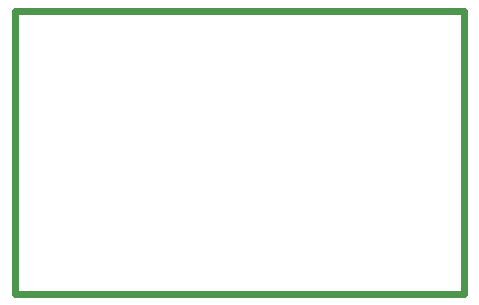
<source format=gko>
G04*
G04 #@! TF.GenerationSoftware,Altium Limited,Altium Designer,18.1.6 (161)*
G04*
G04 Layer_Color=16711935*
%FSLAX25Y25*%
%MOIN*%
G70*
G01*
G75*
%ADD53C,0.02362*%
D53*
X0Y0D02*
X149606D01*
Y94488D01*
X0Y0D02*
Y94488D01*
X149606D01*
M02*

</source>
